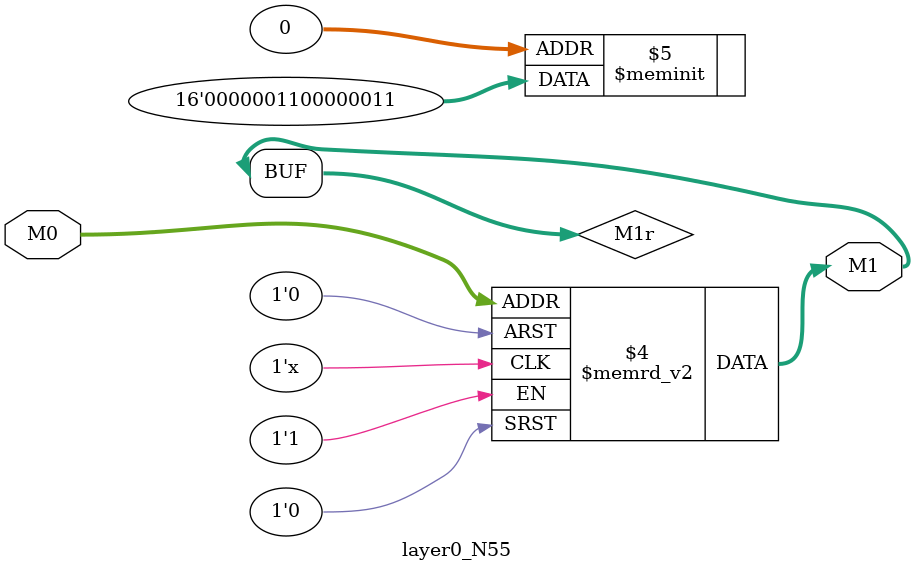
<source format=v>
module layer0_N55 ( input [2:0] M0, output [1:0] M1 );

	(*rom_style = "distributed" *) reg [1:0] M1r;
	assign M1 = M1r;
	always @ (M0) begin
		case (M0)
			3'b000: M1r = 2'b11;
			3'b100: M1r = 2'b11;
			3'b010: M1r = 2'b00;
			3'b110: M1r = 2'b00;
			3'b001: M1r = 2'b00;
			3'b101: M1r = 2'b00;
			3'b011: M1r = 2'b00;
			3'b111: M1r = 2'b00;

		endcase
	end
endmodule

</source>
